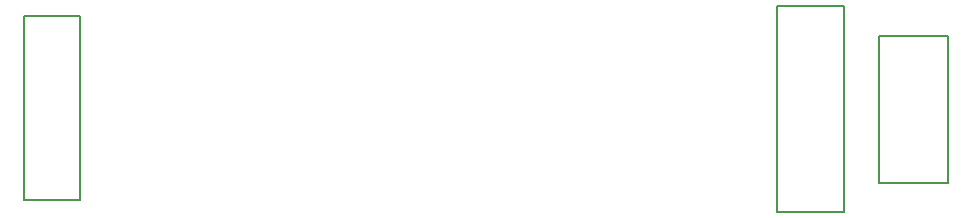
<source format=gm1>
G04*
G04 #@! TF.GenerationSoftware,Altium Limited,Altium Designer,22.11.1 (43)*
G04*
G04 Layer_Color=16711935*
%FSLAX25Y25*%
%MOIN*%
G70*
G04*
G04 #@! TF.SameCoordinates,6D67B21A-DBE7-4323-B212-FBECE55DCE4B*
G04*
G04*
G04 #@! TF.FilePolarity,Positive*
G04*
G01*
G75*
%ADD12C,0.00787*%
D12*
X285500Y54014D02*
Y103014D01*
X308752Y54014D02*
Y103014D01*
X285500D02*
X308752D01*
X285500Y54014D02*
X308752D01*
X251500Y44356D02*
Y112856D01*
X274000Y44356D02*
Y112856D01*
X251500D02*
X274000D01*
X251500Y44356D02*
X274000D01*
X748Y48189D02*
X19252D01*
X748D02*
Y109500D01*
X19252Y48189D02*
Y109500D01*
X748D02*
X19252D01*
M02*

</source>
